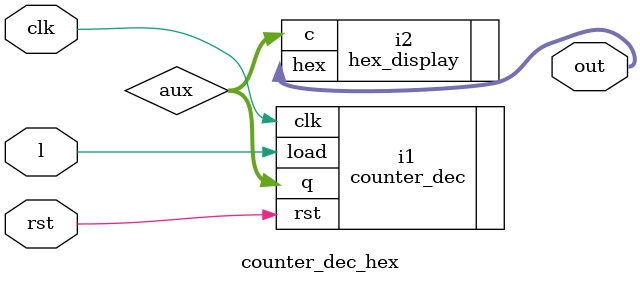
<source format=v>
`timescale 1ns / 1ps
module counter_dec_hex(
    input clk, rst,l,
	 output  [6:0] out 
	 );
	 wire  [3:0] aux;
    counter_dec i1(
	 .load(l),
	 .clk(clk),
	 .rst(rst),
	 .q(aux));
	 hex_display i2(.c(aux),.hex(out));

endmodule

</source>
